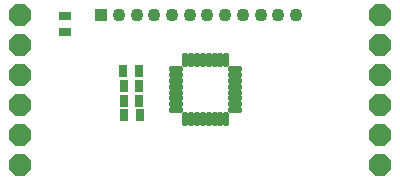
<source format=gbs>
G04 Layer_Color=16711935*
%FSLAX44Y44*%
%MOMM*%
G71*
G01*
G75*
G04:AMPARAMS|DCode=27|XSize=1.8034mm|YSize=1.8034mm|CornerRadius=0mm|HoleSize=0mm|Usage=FLASHONLY|Rotation=270.000|XOffset=0mm|YOffset=0mm|HoleType=Round|Shape=Octagon|*
%AMOCTAGOND27*
4,1,8,-0.4508,-0.9017,0.4508,-0.9017,0.9017,-0.4508,0.9017,0.4508,0.4508,0.9017,-0.4508,0.9017,-0.9017,0.4508,-0.9017,-0.4508,-0.4508,-0.9017,0.0*
%
%ADD27OCTAGOND27*%

%ADD28R,1.1031X1.1031*%
%ADD29C,1.1031*%
G04:AMPARAMS|DCode=30|XSize=1.2032mm|YSize=0.5032mm|CornerRadius=0mm|HoleSize=0mm|Usage=FLASHONLY|Rotation=90.000|XOffset=0mm|YOffset=0mm|HoleType=Round|Shape=Octagon|*
%AMOCTAGOND30*
4,1,8,0.1258,0.6016,-0.1258,0.6016,-0.2516,0.4758,-0.2516,-0.4758,-0.1258,-0.6016,0.1258,-0.6016,0.2516,-0.4758,0.2516,0.4758,0.1258,0.6016,0.0*
%
%ADD30OCTAGOND30*%

G04:AMPARAMS|DCode=31|XSize=1.2032mm|YSize=0.5032mm|CornerRadius=0mm|HoleSize=0mm|Usage=FLASHONLY|Rotation=180.000|XOffset=0mm|YOffset=0mm|HoleType=Round|Shape=Octagon|*
%AMOCTAGOND31*
4,1,8,-0.6016,0.1258,-0.6016,-0.1258,-0.4758,-0.2516,0.4758,-0.2516,0.6016,-0.1258,0.6016,0.1258,0.4758,0.2516,-0.4758,0.2516,-0.6016,0.1258,0.0*
%
%ADD31OCTAGOND31*%

G04:AMPARAMS|DCode=32|XSize=1.2032mm|YSize=0.5532mm|CornerRadius=0mm|HoleSize=0mm|Usage=FLASHONLY|Rotation=270.000|XOffset=0mm|YOffset=0mm|HoleType=Round|Shape=Octagon|*
%AMOCTAGOND32*
4,1,8,-0.1383,-0.6016,0.1383,-0.6016,0.2766,-0.4633,0.2766,0.4633,0.1383,0.6016,-0.1383,0.6016,-0.2766,0.4633,-0.2766,-0.4633,-0.1383,-0.6016,0.0*
%
%ADD32OCTAGOND32*%

%ADD33R,0.8032X1.0032*%
%ADD34R,1.0032X0.8032*%
D27*
X318770Y228600D02*
D03*
Y254000D02*
D03*
Y279400D02*
D03*
Y304800D02*
D03*
Y330200D02*
D03*
Y355600D02*
D03*
X13970Y228600D02*
D03*
Y254000D02*
D03*
Y279400D02*
D03*
Y304800D02*
D03*
Y330200D02*
D03*
Y355600D02*
D03*
D28*
X82550D02*
D03*
D29*
X97551D02*
D03*
X112550D02*
D03*
X127551D02*
D03*
X142550D02*
D03*
X157551D02*
D03*
X172550D02*
D03*
X187551D02*
D03*
X202550D02*
D03*
X217551D02*
D03*
X232550D02*
D03*
X247551D02*
D03*
D30*
X153550Y317500D02*
D03*
X158550D02*
D03*
X163550D02*
D03*
X168550D02*
D03*
X173550D02*
D03*
X178550D02*
D03*
X183550D02*
D03*
X188550D02*
D03*
X183550Y267500D02*
D03*
X178550D02*
D03*
X173550D02*
D03*
X168550D02*
D03*
X163550D02*
D03*
X158550D02*
D03*
X153550D02*
D03*
D31*
X196050Y310000D02*
D03*
Y305000D02*
D03*
Y300000D02*
D03*
Y295000D02*
D03*
Y290000D02*
D03*
Y285000D02*
D03*
Y280000D02*
D03*
Y275000D02*
D03*
X146050D02*
D03*
Y280000D02*
D03*
Y285000D02*
D03*
Y290000D02*
D03*
Y295000D02*
D03*
Y300000D02*
D03*
Y305000D02*
D03*
Y310000D02*
D03*
D32*
X188550Y267500D02*
D03*
D33*
X114958Y295650D02*
D03*
X101496D02*
D03*
X114704Y308150D02*
D03*
X101242D02*
D03*
X114954Y283150D02*
D03*
X101492D02*
D03*
X101746Y270900D02*
D03*
X115208D02*
D03*
D34*
X52070Y354584D02*
D03*
Y341122D02*
D03*
M02*

</source>
